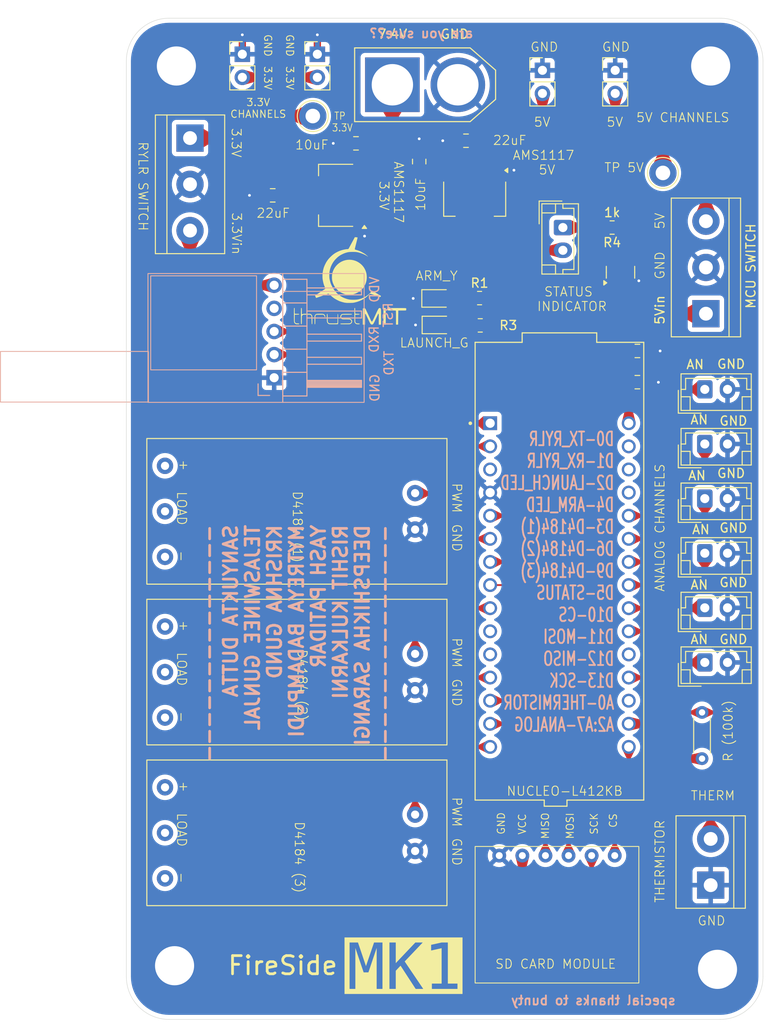
<source format=kicad_pcb>
(kicad_pcb (version 20241229) (generator "pcbnew") (generator_version "9.0")
  (layers (0 "F.Cu" signal) (2 "B.Cu" signal) (13 "F.Paste" user) (15 "B.Paste" user) (5 "F.SilkS" user "F.Silkscreen") (7 "B.SilkS" user "B.Silkscreen") (1 "F.Mask" user) (3 "B.Mask" user) (25 "Edge.Cuts" user))
  (net 0 "")
  (net 1 "GND")
  (net 2 "5V")
  (net 3 "VI")
  (net 4 "A1")
  (net 5 "A2")
  (net 6 "A3")
  (net 7 "A4")
  (net 8 "A5")
  (net 9 "3.3V")
  (net 10 "CS_SD")
  (net 11 "PWM_D4184-2")
  (net 12 "RX_RYLR")
  (net 13 "TX_RYLR")
  (net 14 "MOSI_SD")
  (net 15 "SCK_SD")
  (net 16 "MISO_SD")
  (net 17 "PWM_D4184-1")
  (net 18 "PWM_D4184-3")
  (net 29 "5Vin")
  (net 30 "A6")
  (net 31 "A_THERM")
  (net 38 "Net-(J10-Pin_1)")
  (net 41 "3.3V_STM")
  (net 42 "3.3Vin")
  (net 43 "Net-(D1-A)")
  (net 44 "Net-(D2-A)")
  (net 45 "ARM_LED")
  (net 46 "LAUNCH_LED")
  (net 47 "Net-(Q1-C)")
  (net 48 "STATUS_PIN")
  (footprint "FireSide v2.0 footprints:D4184" (layer "F.Cu") (at 97.5 85.68 -90)
    (property "Reference" "U5" (hide yes))
    (property "Value" "~" (hide yes))
  )
  (footprint "Capacitor_SMD:C_0805_2012Metric" (layer "F.Cu") (at 100 44.75 180)
    (property "Reference" "C2" (hide yes))
    (property "Value" "10uF" (hide yes))
  )
  (footprint "MountingHole:MountingHole_4.3mm_M4_DIN965_Pad" (layer "F.Cu") (at 80.0504 135.1008 90)
    (property "Reference" "H2" (hide yes))
    (property "Value" "MountingHole_Pad" (hide yes))
  )
  (footprint "MountingHole:MountingHole_4.3mm_M4_DIN965_Pad" (layer "F.Cu") (at 80.25 36.25 90)
    (property "Reference" "H3" (hide yes))
    (property "Value" "MountingHole_Pad" (hide yes))
  )
  (footprint "Capacitor_SMD:C_0805_2012Metric" (layer "F.Cu") (at 106.95 46.75 90)
    (property "Reference" "C3" (hide yes))
    (property "Value" "10uF" (hide yes))
  )
  (footprint "Package_TO_SOT_SMD:SOT-223-3_TabPin2" (layer "F.Cu") (at 113.05 50.85 -90)
    (property "Reference" "U4" (hide yes))
    (property "Value" "AMS1117-5.0" (hide yes))
  )
  (footprint "Connector_JST:JST_EH_B2B-EH-A_1x02_P2.50mm_Vertical" (layer "F.Cu") (at 138.352799 83.781199)
    (property "Reference" "J4" (hide yes))
    (property "Value" "Conn_01x02_Pin" (hide yes))
  )
  (footprint "Connector_PinHeader_2.54mm:PinHeader_1x02_P2.54mm_Vertical" (layer "F.Cu") (at 87.5 34.958563)
    (property "Reference" "J12" (hide yes))
    (property "Value" "Conn_01x02_Pin" (hide yes))
  )
  (footprint "Connector_JST:JST_EH_B2B-EH-A_1x02_P2.50mm_Vertical" (layer "F.Cu") (at 122.75 54 -90)
    (property "Reference" "J10" (hide yes))
    (property "Value" "Conn_01x02_Pin" (hide yes))
  )
  (footprint "Package_TO_SOT_SMD:SOT-223-3_TabPin2" (layer "F.Cu") (at 97.791768 50.4604 180)
    (property "Reference" "U1" (hide yes))
    (property "Value" "AMS1117-3.3" (hide yes))
  )
  (footprint "Connector_PinHeader_2.54mm:PinHeader_1x02_P2.54mm_Vertical" (layer "F.Cu") (at 120.5 36.725)
    (property "Reference" "J8" (hide yes))
    (property "Value" "Conn_01x02_Pin" (hide yes))
  )
  (footprint "Capacitor_SMD:C_0805_2012Metric" (layer "F.Cu") (at 130.939181 70.987836)
    (property "Reference" "C6" (hide yes))
    (property "Value" "4.7uF")
  )
  (footprint "LED_SMD:LED_0805_2012Metric" (layer "F.Cu") (at 108.9216 61.787676)
    (property "Reference" "D1" (hide yes))
    (property "Value" "YELLOW" (hide yes))
  )
  (footprint "Resistor_SMD:R_0805_2012Metric" (layer "F.Cu") (at 128.1625 54 180)
    (property "Reference" "R4")
    (property "Value" "1k")
  )
  (footprint "Capacitor_SMD:C_0805_2012Metric" (layer "F.Cu") (at 90.841212 50.463737 180)
    (property "Reference" "C4" (hide yes))
    (property "Value" "22uF" (hide yes))
  )
  (footprint "MountingHole:MountingHole_4.3mm_M4_DIN965_Pad" (layer "F.Cu") (at 139.75 135.5 90)
    (property "Reference" "H1" (hide yes))
    (property "Value" "MountingHole_Pad" (hide yes))
  )
  (footprint "Connector_JST:JST_EH_B2B-EH-A_1x02_P2.50mm_Vertical" (layer "F.Cu") (at 138.352799 77.781199)
    (property "Reference" "J5" (hide yes))
    (property "Value" "Conn_01x02_Pin" (hide yes))
  )
  (footprint "FireSide v2.0 footprints:SD Card Reader" (layer "F.Cu") (at 108.6 129 90)
    (property "Reference" "U8" (hide yes))
    (property "Value" "~" (hide yes))
  )
  (footprint "Resistor_SMD:R_0805_2012Metric" (layer "F.Cu") (at 113.6625 64.75)
    (property "Reference" "R3")
    (property "Value" "165" (hide yes))
  )
  (footprint "LED_SMD:LED_0805_2012Metric" (layer "F.Cu") (at 108.959277 64.703033)
    (property "Reference" "D2" (hide yes))
    (property "Value" "GREEN" (hide yes))
  )
  (footprint "FireSide v2.0 footprints:D4184" (layer "F.Cu") (at 97.5 121 -90)
    (property "Reference" "U7" (hide yes))
    (property "Value" "~" (hide yes))
  )
  (footprint "Resistor_THT:R_Axial_DIN0204_L3.6mm_D1.6mm_P5.08mm_Horizontal" (layer "F.Cu") (at 138.0504 112.3508 90)
    (property "Reference" "R2" (hide yes))
    (property "Value" "100k" (hide yes))
  )
  (footprint "Capacitor_SMD:C_0805_2012Metric" (layer "F.Cu") (at 112.096508 44.460665 180)
    (property "Reference" "C1" (hide yes))
    (property "Value" "22uF" (hide yes))
  )
  (footprint "FireSide v2.0 footprints:NUCLEO L412KB" (layer "F.Cu") (at 122.37 91.756)
    (property "Reference" "U9" (hide yes))
    (property "Value" "NUCLEO-L412KB" (hide yes))
  )
  (footprint "TerminalBlock:TerminalBlock_bornier-2_P5.08mm" (layer "F.Cu") (at 139 126.25 90)
    (property "Reference" "J14" (hide yes))
    (property "Value" "Screw_Terminal_01x02" (hide yes))
  )
  (footprint "Connector_PinHeader_2.54mm:PinHeader_1x02_P2.54mm_Vertical" (layer "F.Cu") (at 128.5 36.725)
    (property "Reference" "J7" (hide yes))
    (property "Value" "Conn_01x02_Pin" (hide yes))
  )
  (footprint "FireSide v2.0 footprints:D4184" (layer "F.Cu") (at 97.5 103.34 -90)
    (property "Reference" "U6" (hide yes))
    (property "Value" "~" (hide yes))
  )
  (footprint "Connector_PinHeader_2.54mm:PinHeader_1x02_P2.54mm_Vertical" (layer "F.Cu") (at 95.75 34.96)
    (property "Reference" "J11" (hide yes))
    (property "Value" "Conn_01x02_Pin" (hide yes))
  )
  (footprint "Capacitor_SMD:C_0805_2012Metric" (layer "F.Cu") (at 130.943152 67.558421)
    (property "Reference" "C5" (hide yes))
    (property "Value" "100nF")
  )
  (footprint "Connector_JST:JST_EH_B2B-EH-A_1x02_P2.50mm_Vertical" (layer "F.Cu") (at 138.352799 95.781199)
    (property "Reference" "J2" (hide yes))
    (property "Value" "Conn_01x02_Pin" (hide yes))
  )
  (footprint "FireSide v2.0 footprints:XT60-M" (layer "F.Cu") (at 107.1 29.6125)
    (property "Reference" "U3" (hide yes))
    (property "Value" "~" (hide yes))
  )
  (footprint "TestPoint:TestPoint_Loop_D2.60mm_Drill1.6mm_Beaded" (layer "F.Cu") (at 95.25 41.75)
    (property "Reference" "TP2" (hide yes))
    (property "Value" "TestPoint" (hide yes))
  )
  (footprint "Resistor_SMD:R_0805_2012Metric" (layer "F.Cu") (at 113.5875 61.75)
    (property "Reference" "R1")
    (property "Value" "165" (hide yes))
  )
  (footprint "Connector_JST:JST_EH_B2B-EH-A_1x02_P2.50mm_Vertical" (layer "F.Cu") (at 138.352799 101.781199)
    (property "Reference" "J1" (hide yes))
    (property "Value" "Conn_01x02_Pin" (hide yes))
  )
  (footprint "logos:logo2" (layer "F.Cu") (at 99.25 59.25)
    (property "Reference" "G***" (hide yes))
    (property "Value" "LOGO" (hide yes))
  )
  (footprint "TestPoint:TestPoint_Loop_D2.60mm_Drill1.6mm_Beaded" (layer "F.Cu") (at 133.75 48)
    (property "Reference" "TP1" (hide yes))
    (property "Value" "TestPoint" (hide yes))
  )
  (footprint "MountingHole:MountingHole_4.3mm_M4_DIN965_Pad" (layer "F.Cu") (at 139 36.25 90)
    (property "Reference" "H4" (hide yes))
    (property "Value" "MountingHole_Pad" (hide yes))
  )
  (footprint "Connector_JST:JST_EH_B2B-EH-A_1x02_P2.50mm_Vertical" (layer "F.Cu") (at 138.352799 71.781199)
    (property "Reference" "J6" (hide yes))
    (property "Value" "Conn_01x02_Pin" (hide yes))
  )
  (footprint "TerminalBlock:TerminalBlock_bornier-3_P5.08mm" (layer "F.Cu") (at 138.477718 63.464391 90)
    (property "Reference" "J13" (hide yes))
    (property "Value" "Screw_Terminal_01x03" (hide yes))
  )
  (footprint "Connector_JST:JST_EH_B2B-EH-A_1x02_P2.50mm_Vertical" (layer "F.Cu") (at 138.352799 89.781199)
    (property "Reference" "J3" (hide yes))
    (property "Value" "Conn_01x02_Pin" (hide yes))
  )
  (footprint "TerminalBlock:TerminalBlock_bornier-3_P5.08mm" (layer "F.Cu") (at 81.75 44.17 -90)
    (property "Reference" "J9" (hide yes))
    (property "Value" "Screw_Terminal_01x03" (hide yes))
  )
  (footprint "Package_TO_SOT_SMD:SOT-23" (layer "F.Cu") (at 129.084612 58.91275 90)
    (property "Reference" "Q1" (hide yes))
    (property "Value" "MMBT2222A" (hide yes))
  )
  (footprint "FireSide v2.0 footprints:RYLR998" (layer "B.Cu") (at 81.895 65.955 -90)
    (property "Reference" "U2" (hide yes))
    (property "Value" "~" (hide yes))
  )
  (gr_arc (start 79.45 141) (mid 76.126598 139.623402) (end 74.75 136.3) (stroke (width 0.05)) (layer "Edge.Cuts"))
  (gr_line (start 74.75 136.3) (end 74.75 35.7) (stroke (width 0.05)) (layer "Edge.Cuts"))
  (gr_arc (start 74.75 35.7) (mid 76.126598 32.376598) (end 79.45 31) (stroke (width 0.05)) (layer "Edge.Cuts"))
  (gr_line (start 140.05 141) (end 79.45 141) (stroke (width 0.05)) (layer "Edge.Cuts"))
  (gr_line (start 79.45 31) (end 140.05 31) (stroke (width 0.05)) (layer "Edge.Cuts"))
  (gr_arc (start 140.05 31) (mid 143.373402 32.376598) (end 144.75 35.7) (stroke (width 0.05)) (layer "Edge.Cuts"))
  (gr_line (start 144.75 35.7) (end 144.75 136.3) (stroke (width 0.05)) (layer "Edge.Cuts"))
  (gr_arc (start 144.75 136.3) (mid 143.373402 139.623402) (end 140.05 141) (stroke (width 0.05)) (layer "Edge.Cuts"))
  (gr_text "AN" (at 137.75 99.25 0) (layer "F.SilkS") (effects (font (size 1 1))))
  (gr_text "ARM_Y\n\n" (at 106.5 61.5 0) (layer "F.SilkS") (effects (font (size 1 1) (thickness 0.1)) (justify left bottom)))
  (gr_text "GND\n" (at 137.5 130.75 0) (layer "F.SilkS") (effects (font (size 1 1) (thickness 0.1)) (justify left bottom)))
  (gr_text "GND" (at 141.25 81 0) (layer "F.SilkS") (effects (font (size 1 1))))
  (gr_text "TP 5V" (at 127.25 48 0) (layer "F.SilkS") (effects (font (size 1 1) (thickness 0.1)) (justify left bottom)))
  (gr_text "GND" (at 110.85 32.75 0) (layer "F.SilkS") (effects (font (size 1 1))))
  (gr_text "THERMISTOR" (at 134 128.25 90) (layer "F.SilkS") (effects (font (size 1 1) (thickness 0.1)) (justify left bottom)))
  (gr_text "R (100k)" (at 141.5 112.75 90) (layer "F.SilkS") (effects (font (size 1 1) (thickness 0.1)) (justify left bottom)))
  (gr_text "7.4V\n" (at 104 32.75 0) (layer "F.SilkS") (effects (font (size 1 1))))
  (gr_text "GND\n" (at 127 34.75 0) (layer "F.SilkS") (effects (font (size 1 1) (thickness 0.1)) (justify left bottom)))
  (gr_text "MK1" (at 99 138.5 0) (layer "F.SilkS" knockout) (effects (font (size 5 5) (thickness 1) (italic yes)) (justify left bottom)))
  (gr_text "FireSide\n" (at 85.75 136.25 0) (layer "F.SilkS") (effects (font (size 2 2) (thickness 0.3) (bold yes)) (justify left bottom)))
  (gr_text "STATUS \nINDICATOR" (at 123.75 63.25 0) (layer "F.SilkS") (effects (font (size 1 1) (thickness 0.1)) (justify bottom)))
  (gr_text "AN" (at 137.5 81.25 0) (layer "F.SilkS") (effects (font (size 1 1))))
  (gr_text "GND" (at 92.25 32.71 270) (layer "F.SilkS") (effects (font (size 0.8 0.8) (thickness 0.1)) (justify left bottom)))
  (gr_text "22uF" (at 115 45 0) (layer "F.SilkS") (effects (font (size 1 1) (thickness 0.1)) (justify left bottom)))
  (gr_text "GND" (at 134 59.75 90) (layer "F.SilkS") (effects (font (size 1 1) (thickness 0.1)) (justify left bottom)))
  (gr_text "3.3V\n" (at 86.25 43 270) (layer "F.SilkS") (effects (font (size 1 1) (thickness 0.1)) (justify left bottom)))
  (gr_text "AMS1117 \n3.3V\n" (at 102.5 50.5 270) (layer "F.SilkS") (effects (font (size 1 1) (thickness 0.1)) (justify bottom)))
  (gr_text "5V" (at 134 54.25 90) (layer "F.SilkS") (effects (font (size 1 1) (thickness 0.1)) (justify left bottom)))
  (gr_text "D4184 (1)\n" (at 92.979351 82.888437 270) (layer "F.SilkS") (effects (font (size 1 1) (thickness 0.1)) (justify left bottom)))
  (gr_text "5V CHANNELS\n" (at 130.75 42.5 0) (layer "F.SilkS") (effects (font (size 1 1) (thickness 0.1)) (justify left bottom)))
  (gr_text "5V\n" (at 127.5 43 0) (layer "F.SilkS") (effects (font (size 1 1) (thickness 0.1)) (justify left bottom)))
  (gr_text "10uF" (at 107.685 52.25 90) (layer "F.SilkS") (effects (font (size 1 1) (thickness 0.1)) (justify left bottom)))
  (gr_text "GND" (at 141.5 75.25 0) (layer "F.SilkS") (effects (font (size 1 1))))
  (gr_text "GND" (at 141.5 87 0) (layer "F.SilkS") (effects (font (size 1 1))))
  (gr_text "AN" (at 136.692799 75.7 0) (layer "F.SilkS") (effects (font (size 1 1)) (justify left bottom)))
  (gr_text "10uF" (at 93.25 45.5 0) (layer "F.SilkS") (effects (font (size 1 1) (thickness 0.1)) (justify left bottom)))
  (gr_text "SCK" (at 126.65 120.75 90) (layer "F.SilkS") (effects (font (size 0.8 0.8) (thickness 0.1)) (justify left bottom)))
  (gr_text "MCU SWITCH\n" (at 144 63 90) (layer "F.SilkS") (effects (font (size 1 1)) (justify left bottom)))
  (gr_text "3.3V" (at 92.25 36.21 270) (layer "F.SilkS") (effects (font (size 0.8 0.8) (thickness 0.1)) (justify left bottom)))
  (gr_text "5V\n" (at 119.5 43 0) (layer "F.SilkS") (effects (font (size 1 1) (thickness 0.1)) (justify left bottom)))
  (gr_text "22uF" (at 89 53 0) (layer "F.SilkS") (effects (font (size 1 1) (thickness 0.1)) (justify left bottom)))
  (gr_text "GND" (at 141.5 99.25 0) (layer "F.SilkS") (effects (font (size 1 1))))
  (gr_text "3.3Vin\n" (at 86.289073 52.27981 270) (layer "F.SilkS") (effects (font (size 1 1) (thickness 0.1)) (justify left bottom)))
  (gr_text "ANALOG CHANNELS\n" (at 134 94.071199 90) (layer "F.SilkS") (effects (font (size 1 1) (thickness 0.1)) (justify left bottom)))
  (gr_text "3.3V\nCHANNELS" (at 89.25 42 0) (layer "F.SilkS") (effects (font (size 0.8 0.8) (thickness 0.1)) (justify bottom)))
  (gr_text "GND" (at 89.840656 32.71 270) (layer "F.SilkS") (effects (font (size 0.8 0.8) (thickness 0.1)) (justify left bottom)))
  (gr_text "GND\n" (at 119.12 34.75 0) (layer "F.SilkS") (effects (font (size 1 1) (thickness 0.1)) (justify left bottom)))
  (gr_text "D4184 (3)\n" (at 93.1996 119.190763 270) (layer "F.SilkS") (effects (font (size 1 1) (thickness 0.1)) (justify left bottom)))
  (gr_text "SD CARD MODULE\n" (at 115.25 135.5 0) (layer "F.SilkS") (effects (font (size 1 1) (thickness 0.1)) (justify left bottom)))
  (gr_text "GND" (at 141.25 69 0) (layer "F.SilkS") (effects (font (size 1 1))))
  (gr_text "NUCLEO-L412KB\n" (at 116.5 116.5 0) (layer "F.SilkS") (effects (font (size 1 1) (thickness 0.1)) (justify left bottom)))
  (gr_text "3.3V" (at 89.840656 36.21 270) (layer "F.SilkS") (effects (font (size 0.8 0.8) (thickness 0.1)) (justify left bottom)))
  (gr_text "AN" (at 137.926219 87.178818 0) (layer "F.SilkS") (effects (font (size 1 1))))
  (gr_text "RYLR SWITCH" (at 76 44.5 270) (layer "F.SilkS") (effects (font (size 1 1) (thickness 0.1)) (justify left bottom)))
  (gr_text "TP \n3.3V" (at 98.5 43.5 0) (layer "F.SilkS") (effects (font (size 0.8 0.7) (thickness 0.0875)) (justify bottom)))
  (gr_text "THERM\n" (at 136.75 117 0) (layer "F.SilkS") (effects (font (size 1 1) (thickness 0.1)) (justify left bottom)))
  (gr_text "5Vin" (at 134 64.75 90) (layer "F.SilkS") (effects (font (size 1 1)) (justify left bottom)))
  (gr_text "AN" (at 137.75 93.25 0) (layer "F.SilkS") (effects (font (size 1 1))))
  (gr_text "D4184 (2)\n" (at 93.5 100.2808 270) (layer "F.SilkS") (effects (font (size 1 1) (thickness 0.1)) (justify left bottom)))
  (gr_text "AMS1117 \n5V\n" (at 121 48.25 0) (layer "F.SilkS") (effects (font (size 1 1) (thickness 0.1)) (justify bottom)))
  (gr_text "GND" (at 141.5 93 0) (layer "F.SilkS") (effects (font (size 1 1))))
  (gr_text "AN" (at 136.242799 69.630398 0) (layer "F.SilkS") (effects (font (size 1 1)) (justify left bottom)))
  (gr_text "LAUNCH_G" (at 104.75 67.25 0) (layer "F.SilkS") (effects (font (size 1 1) (thickness 0.1)) (justify left bottom)))
  (gr_text "are you sure??" (at 113 33.25 -0) (layer "B.SilkS") (effects (font (size 1 1) (thickness 0.2) (bold yes)) (justify left bottom mirror)))
  (gr_text "GND" (at 102.655 69.995 90) (layer "B.SilkS") (effects (font (size 1 1)) (justify left bottom mirror)))
  (gr_text "RXD" (at 102.575 64.705 90) (layer "B.SilkS") (effects (font (size 1 1)) (justify left bottom mirror)))
  (gr_text "special thanks to bunty" (at 135.25 139.5 0) (layer "B.SilkS") (effects (font (size 1 1) (thickness 0.2) (bold yes)) (justify left bottom mirror)))
  (gr_text "D0-TX_RYLR\nD1-RX_RYLR\nD2-LAUNCH_LED\nD4-ARM_LED\nD3-D4184(1)\nD6-D4184(2)\nD9-D4184(3)\nD5-STATUS\nD10-CS\nD11-MOSI\nD12-MISO\nD13-SCK\nA0-THERMISTOR\nA2:A7-ANALOG" (at 128.5 109.5 0) (layer "B.SilkS") (effects (font (size 1.5 1) (thickness 0.2) (bold yes)) (justify left bottom mirror)))
  (gr_text "TXD" (at 104.205 67.445 90) (layer "B.SilkS") (effects (font (size 1 1)) (justify left bottom mirror)))
  (gr_text "--------------\nSANYUKTA DUTTA          \nTEJASWINEE GUNJAL   \nKRISHNA GUND\nMYTREYA BADAMPUDI        \nYASH PATIDAR       \nRISHIT KULKARNI    \nDEEPSHIKHA SARANGI \n--------------" (at 104 86.5 90) (layer "B.SilkS") (effects (font (size 1.5 1.5) (thickness 0.3) (bold yes)) (justify left bottom mirror)))
  (segment (start 87.5 34.958563) (end 87.5 32.823463) (width 0.8) (layer "F.Cu") (net 1))
  (segment (start 115.35 47.7) (end 117.367769 47.7) (width 0.8) (layer "F.Cu") (net 1))
  (segment (start 89.891212 50.463737) (end 88.286263 50.463737) (width 0.8) (layer "F.Cu") (net 1))
  (segment (start 106.95 45.8) (end 106.95 44.25) (width 0.8) (layer "F.Cu") (net 1))
  (segment (start 130.034612 59.85025) (end 131.10025 59.85025) (width 0.8) (layer "F.Cu") (net 1))
  (segment (start 99.05 44.75) (end 97.5 44.75) (width 0.8) (layer "F.Cu") (net 1))
  (segment (start 131.893152 67.558421) (end 133.441579 67.558421) (width 0.8) (layer "F.Cu") (net 1))
  (segment (start 108.021777 64.703033) (end 106.546967 64.703033) (width 0.8) (layer "F.Cu") (net 1))
  (segment (start 95.75 34.96) (end 95.75 32.823462) (width 0.8) (layer "F.Cu") (net 1))
  (segment (start 107.9841 61.787676) (end 106.287676 61.787676) (width 0.8) (layer "F.Cu") (net 1))
  (segment (start 111.146508 44.460665) (end 109.539335 44.460665) (width 0.8) (layer "F.Cu") (net 1))
  (segment (start 131.889181 70.987836) (end 133.237836 70.987836) (width 0.8) (layer "F.Cu") (net 1))
  (segment (start 100.941768 52.7604) (end 100.941768 54.941768) (width 0.8) (layer "F.Cu") (net 1))
  (via (at 131.10025 59.85025) (size 0.6) (drill 0.3) (layers "F.Cu" "B.Cu") (net 1))
  (via (at 109.539335 44.460665) (size 0.6) (drill 0.3) (layers "F.Cu" "B.Cu") (net 1))
  (via (at 106.287676 61.787676) (size 0.6) (drill 0.3) (layers "F.Cu" "B.Cu") (net 1))
  (via (at 106.546967 64.703033) (size 0.6) (drill 0.3) (layers "F.Cu" "B.Cu") (net 1))
  (via (at 95.75 32.823462) (size 0.6) (drill 0.3) (layers "F.Cu" "B.Cu") (net 1))
  (via (at 106.95 44.25) (size 0.6) (drill 0.3) (layers "F.Cu" "B.Cu") (net 1))
  (via (at 88.286263 50.463737) (size 0.6) (drill 0.3) (layers "F.Cu" "B.Cu") (net 1))
  (via (at 133.25 71) (size 0.6) (drill 0.3) (layers "F.Cu" "B.Cu") (net 1))
  (via (at 87.5 32.823463) (size 0.6) (drill 0.3) (layers "F.Cu" "B.Cu") (net 1))
  (via (at 97.5 44.75) (size 0.6) (drill 0.3) (layers "F.Cu" "B.Cu") (net 1))
  (via (at 100.941768 54.941768) (size 0.6) (drill 0.3) (layers "F.Cu" "B.Cu") (net 1))
  (via (at 117.367769 47.7) (size 0.6) (drill 0.3) (layers "F.Cu" "B.Cu") (net 1))
  (via (at 133.441579 67.558421) (size 0.6) (drill 0.3) (layers "F.Cu" "B.Cu") (net 1))
  (segment (start 134.5 44.460665) (end 137.710665 44.460665) (width 0.8) (layer "F.Cu") (net 2))
  (segment (start 113.05 44.464157) (end 113.046508 44.460665) (width 0.8) (layer "F.Cu") (net 2))
  (segment (start 128.5 44.460665) (end 129.25 44.460665) (width 0.8) (layer "F.Cu") (net 2))
  (segment (start 128.5 43.75) (end 128.460665 43.75) (width 0.8) (layer "F.Cu") (net 2))
  (segment (start 120.539335 43.75) (end 121.25 44.460665) (width 0.8) (layer "F.Cu") (net 2))
  (segment (start 128.460665 43.75) (end 127.75 44.460665) (width 0.8) (layer "F.Cu") (net 2))
  (segment (start 113.046508 44.460665) (end 119.75 44.460665) (width 0.8) (layer "F.Cu") (net 2))
  (segment (start 120.460665 43.75) (end 119.75 44.460665) (width 0.8) (layer "F.Cu") (net 2))
  (segment (start 120.5 43.75) (end 120.5 44.460665) (width 0.8) (layer "F.Cu") (net 2))
  (segment (start 120.5 39.265) (end 120.5 43.75) (width 0.8) (layer "F.Cu") (net 2))
  (segment (start 129.25 44.460665) (end 133.25 44.460665) (width 0.8) (layer "F.Cu") (net 2))
  (segment (start 133.25 44.460665) (end 133.25 44.5) (width 0.8) (layer "F.Cu") (net 2))
  (segment (start 113.05 47.7) (end 113.05 44.464157) (width 0.8) (layer "F.Cu") (net 2))
  (segment (start 138.477718 45.227718) (end 138.477718 53.304391) (width 0.8) (layer "F.Cu") (net 2))
  (segment (start 133.25 44.460665) (end 133.75 44.460665) (width 0.8) (layer "F.Cu") (net 2))
  (segment (start 133.25 44.5) (end 133.75 45) (width 0.8) (layer "F.Cu") (net 2))
  (segment (start 134.289335 44.460665) (end 133.75 45) (width 0.8) (layer "F.Cu") (net 2))
  (segment (start 134.5 44.460665) (end 134.289335 44.460665) (width 0.8) (layer "F.Cu") (net 2))
  (segment (start 121.25 44.460665) (end 127.75 44.460665) (width 0.8) (layer "F.Cu") (net 2))
  (segment (start 137.710665 44.460665) (end 138.477718 45.227718) (width 0.8) (layer "F.Cu") (net 2))
  (segment (start 120.5 43.75) (end 120.539335 43.75) (width 0.8) (layer "F.Cu") (net 2))
  (segment (start 127.75 44.460665) (end 128.5 44.460665) (width 0.8) (layer "F.Cu") (net 2))
  (segment (start 128.5 43.75) (end 128.539335 43.75) (width 0.8) (layer "F.Cu") (net 2))
  (segment (start 120.5 44.460665) (end 121.25 44.460665) (width 0.8) (layer "F.Cu") (net 2))
  (segment (start 128.5 43.75) (end 128.5 44.460665) (width 0.8) (layer "F.Cu") (net 2))
  (segment (start 119.75 44.460665) (end 120.5 44.460665) (width 0.8) (layer "F.Cu") (net 2))
  (segment (start 133.75 45) (end 133.75 44.460665) (width 0.8) (layer "F.Cu") (net 2))
  (segment (start 138.475472 53.306637) (end 138.477718 53.304391) (width 0.8) (layer "F.Cu") (net 2))
  (segment (start 128.5 39.265) (end 128.5 43.75) (width 0.8) (layer "F.Cu") (net 2))
  (segment (start 133.75 48) (end 133.75 45) (width 0.8) (layer "F.Cu") (net 2))
  (segment (start 133.75 44.460665) (end 134.5 44.460665) (width 0.8) (layer "F.Cu") (net 2))
  (segment (start 128.539335 43.75) (end 129.25 44.460665) (width 0.8) (layer "F.Cu") (net 2))
  (segment (start 120.5 43.75) (end 120.460665 43.75) (width 0.8) (layer "F.Cu") (net 2))
  (segment (start 104.5 47.75) (end 104 48.25) (width 0.8) (layer "F.Cu") (net 3))
  (segment (start 103.5 44.75) (end 100.95 44.75) (width 0.8) (layer "F.Cu") (net 3))
  (segment (start 104 44.75) (end 104 45.5) (width 0.8) (layer "F.Cu") (net 3))
  (segment (start 104 47.25) (end 104 47.75) (width 0.8) (layer "F.Cu") (net 3))
  (segment (start 104 44.25) (end 103.5 44.75) (width 0.8) (layer "F.Cu") (net 3))
  (segment (start 104 38.3125) (end 104 44) (width 0.8) (layer "F.Cu") (net 3))
  (segment (start 106.95 47.7) (end 104.5 47.7) (width 0.8) (layer "F.Cu") (net 3))
  (segment (start 104 47.25) (end 104.05 47.25) (width 0.8) (layer "F.Cu") (net 3))
  (segment (start 100.95 48.152168) (end 100.941768 48.1604) (width 0.8) (layer "F.Cu") (net 3))
  (segment (start 104.05 47.25) (end 104.5 47.7) (width 0.8) (layer "F.Cu") (net 3))
  (segment (start 100.95 44.75) (end 100.95 48.152168) (width 0.8) (layer "F.Cu") (net 3))
  (segment (start 122.75 56.5) (end 107 56.5) (width 0.8) (layer "F.Cu") (net 3))
  (segment (start 104 47.75) (end 104 48.25) (width 0.8) (layer "F.Cu") (net 3))
  (segment (start 104 44) (end 104 44.25) (width 0.8) (layer "F.Cu") (net 3))
  (segment (start 104 46.25) (end 104 46.75) (width 0.8) (layer "F.Cu") (net 3))
  (segment (start 104 44.75) (end 103.5 44.75) (width 0.8) (layer "F.Cu") (net 3))
  (segment (start 104.05 47.7) (end 104 47.75) (width 0.8) (layer "F.Cu") (net 3))
  (segment (start 103.5 44.75) (end 104 45.25) (width 0.8) (layer "F.Cu") (net 3))
  (segment (start 104 44) (end 104 44.75) (width 0.8) (layer "F.Cu") (net 3))
  (segment (start 104 45.25) (end 104 45.5) (width 0.8) (layer "F.Cu") (net 3))
  (segment (start 107 56.5) (end 104 53.5) (width 0.8) (layer "F.Cu") (net 3))
  (segment (start 104 45.5) (end 104 46.25) (width 0.8) (layer "F.Cu") (net 3))
  (segment (start 104.5 47.7) (end 104.05 47.7) (width 0.8) (layer "F.Cu") (net 3))
  (segment (start 104 46.75) (end 104 47.25) (width 0.8) (layer "F.Cu") (net 3))
  (segment (start 104.5 47.7) (end 104.5 47.75) (width 0.8) (layer "F.Cu") (net 3))
  (segment (start 104 53.5) (end 104 48.25) (width 0.8) (layer "F.Cu") (net 3))
  (segment (start 106.95 47.7) (end 110.75 47.7) (width 0.8) (layer "F.Cu") (net 3))
  (segment (start 135.781199 101.781199) (end 138.352799 101.781199) (width 0.2) (layer "F.Cu") (net 4))
  (segment (start 132.36 98.36) (end 135.781199 101.781199) (width 0.2) (layer "F.Cu") (net 4))
  (segment (start 129.99 98.36) (end 132.36 98.36) (width 0.2) (layer "F.Cu") (net 4))
  (segment (start 138.313998 95.82) (end 138.352799 95.781199) (width 0.2) (layer "F.Cu") (net 5))
  (segment (start 129.99 95.82) (end 138.313998 95.82) (width 0.2) (layer "F.Cu") (net 5))
  (segment (start 138.352799 92.147201) (end 137.22 93.28) (width 0.2) (layer "F.Cu") (net 6))
  (segment (start 137.22 93.28) (end 129.99 93.28) (width 0.2) (layer "F.Cu") (net 6))
  (segment (start 138.352799 92.147201) (end 138.352799 92) (width 0.2) (layer "F.Cu") (net 6))
  (segment (start 138.352799 92) (end 138.352799 89.781199) (width 0.2) (layer "F.Cu") (net 6))
  (segment (start 138.343198 83.7908) (end 138.352799 83.781199) (width 0.2) (layer "F.Cu") (net 7))
  (segment (start 138.352799 86.397201) (end 138.352799 83.781199) (width 0.2) (layer "F.Cu") (net 7))
  (segment (start 134.01 90.74) (end 129.99 90.74) (width 0.2) (layer "F.Cu") (net 7))
  (segment (start 138.352799 86.397201) (end 134.01 90.74) (width 0.2) (layer "F.Cu") (net 7))
  (segment (start 138.352799 77.781199) (end 138.352799 80.147201) (width 0.2) (layer "F.Cu") (net 8))
  (segment (start 138.352799 80.147201) (end 134.5 84) (width 0.2) (layer "F.Cu") (net 8))
  (segment (start 134.5 86) (end 132.3 88.2) (width 0.2) (layer "F.Cu") (net 8))
  (segment (start 132.3 88.2) (end 129.99 88.2) (width 0.2) (layer "F.Cu") (net 8))
  (segment (start 134.5 84) (end 134.5 86) (width 0.2) (layer "F.Cu") (net 8))
  (segment (start 95.25 41.75) (end 92.25 41.75) (width 0.8) (layer "F.Cu") (net 9))
  (segment (start 91 37.498563) (end 91.75 37.498563) (width 0.8) (layer "F.Cu") (net 9))
  (segment (start 92.542649 37.498563) (end 91.791212 38.25) (width 0.8) (layer "F.Cu") (net 9))
  (segment (start 91.039775 37.498563) (end 91.791212 38.25) (width 0.8) (layer "F.Cu") (net 9))
  (segment (start 91.791212 50.463737) (end 94.638431 50.463737) (width 0.8) (layer "F.Cu") (net 9))
  (segment (start 91.791212 41.25) (end 91.791212 38.25) (width 0.8) (layer "F.Cu") (net 9))
  (segment (start 87.5 37.498563) (end 91 37.498563) (width 0.8) (layer "F.Cu") (net 9))
  (segment (start 92.75 37.498563) (end 92.542649 37.498563) (width 0.8) (layer "F.Cu") (net 9))
  (segment (start 92.75 37.498563) (end 95.748563 37.498563) (width 0.8) (layer "F.Cu") (net 9))
  (segment (start 92.25 41.75) (end 92.25 41.791212) (width 0.8) (layer "F.Cu") (net 9))
  (segment (start 91.791212 45) (end 91.791212 44.25) (width 0.8) (layer "F.Cu") (net 9))
  (segment (start 90.75 44.17) (end 91.121212 44.17) (width 0.8) (layer "F.Cu") (net 9))
  (segment (start 91.791212 41.25) (end 91.791212 41.291212) (width 0.8) (layer "F.Cu") (net 9))
  (segment (start 91.791212 37.539775) (end 91.75 37.498563) (width 0.8) (layer "F.Cu") (net 9))
  (segment (start 92.25 41.75) (end 91.791212 41.75) (width 0.8) (layer "F.Cu") (net 9))
  (segment (start 91.121212 44.17) (end 91.791212 43.5) (width 0.8) (layer "F.Cu") (net 9))
  (segment (start 91.791212 43.5) (end 91.791212 42.25) (width 0.8) (layer "F.Cu") (net 9))
  (segment (start 91.791212 41.75) (end 91.791212 41.25) (width 0.8) (layer "F.Cu") (net 9))
  (segment (start 92.25 41.791212) (end 91.791212 42.25) (width 0.8) (layer "F.Cu") (net 9))
  (segment (start 81.75 44.17) (end 90.75 44.17) (width 0.8) (layer "F.Cu") (net 9))
  (segment (start 91.711212 44.17) (end 91.791212 44.25) (width 0.8) (layer "F.Cu") (net 9))
  (segment (start 90.75 44.17) (end 90.961212 44.17) (width 0.8) (layer "F.Cu") (net 9))
  (segment (start 91.791212 38.25) (end 91.791212 37.539775) (width 0.8) (layer "F.Cu") (net 9))
  (segment (start 91.791212 42.25) (end 91.791212 41.75) (width 0.8) (layer "F.Cu") (net 9))
  (segment (start 91.791212 41.291212) (end 92.25 41.75) (width 0.8) (layer "F.Cu") (net 9))
  (segment (start 91 37.498563) (end 91.039775 37.498563) (width 0.8) (layer "F.Cu") (net 9))
  (segment (start 91.791212 50.463737) (end 91.791212 45) (width 0.8) (layer "F.Cu") (net 9))
  (segment (start 95.748563 37.498563) (end 95.75 37.5) (width 0.8) (layer "F.Cu") (net 9))
  (segment (start 90.75 44.17) (end 91.711212 44.17) (width 0.8) (layer "F.Cu") (net 9))
  (segment (start 91.75 37.498563) (end 92.75 37.498563) (width 0.8) (layer "F.Cu") (net 9))
  (segment (start 90.961212 44.17) (end 91.791212 45) (width 0.8) (layer "F.Cu") (net 9))
  (segment (start 94.638431 50.463737) (end 94.641768 50.4604) (width 0.8) (layer "F.Cu") (net 9))
  (segment (start 91.791212 44.25) (end 91.791212 43.5) (width 0.8) (layer "F.Cu") (net 9))
  (segment (start 117.48 105.98) (end 114.75 105.98) (width 0.2) (layer "F.Cu") (net 10))
  (segment (start 128.45 123) (end 128.45 116.95) (width 0.2) (layer "F.Cu") (net 10))
  (segment (start 128.45 116.95) (end 117.48 105.98) (width 0.2) (layer "F.Cu") (net 10))
  (segment (start 106.5 98.25) (end 108.93 95.82) (width 0.2) (layer "F.Cu") (net 11))
  (segment (start 108.93 95.82) (end 114.75 95.82) (width 0.2) (layer "F.Cu") (net 11))
  (segment (start 106.5 100.84) (end 106.5 98.25) (width 0.2) (layer "F.Cu") (net 11))
  (segment (start 112.25 75.5) (end 114.75 75.5) (width 0.2) (layer "F.Cu") (net 12))
  (segment (start 91 65.42) (end 102.17 65.42) (width 0.2) (layer "F.Cu") (net 12))
  (segment (start 102.17 65.42) (end 112.25 75.5) (width 0.2) (layer "F.Cu") (net 12))
  (segment (start 111.04 78.04) (end 114.75 78.04) (width 0.2) (layer "F.Cu") (net 13))
  (segment (start 91 67.96) (end 100.96 67.96) (width 0.2) (layer "F.Cu") (net 13))
  (segment (start 100.96 67.96) (end 111.04 78.04) (width 0.2) (layer "F.Cu") (net 13))
  (segment (start 114.75 108.52) (end 117.082075 108.52) (width 0.2) (layer "F.Cu") (net 14))
  (segment (start 123.37 114.807925) (end 123.37 123) (width 0.2) (layer "F.Cu") (net 14))
  (segment (start 117.082075 108.52) (end 123.37 114.807925) (width 0.2) (layer "F.Cu") (net 14))
  (segment (start 131.125 123.875) (end 129.5 125.5) (width 0.2) (layer "F.Cu") (net 15))
  (segment (start 129.99 111.06) (end 129.99 116.99) (width 0.2) (layer "F.Cu") (net 15))
  (segment (start 129.5 125.5) (end 126.5 125.5) (width 0.2) (layer "F.Cu") (net 15))
  (segment (start 131.125 118.125) (end 131.125 123.875) (width 0.2) (layer "F.Cu") (net 15))
  (segment (start 129.99 116.99) (end 131.125 118.125) (width 0.2) (layer "F.Cu") (net 15))
  (segment (start 125.91 124.91) (end 125.91 123) (width 0.2) (layer "F.Cu") (net 15))
  (segment (start 126.5 125.5) (end 125.91 124.91) (width 0.2) (layer "F.Cu") (net 15))
  (segment (start 114.75 111.06) (end 112.69 111.06) (width 0.2) (layer "F.Cu") (net 16))
  (segment (start 112.69 111.06) (end 111 112.75) (width 0.2) (layer "F.Cu") (net 16))
  (segment (start 119.25 119.5) (end 120.83 121.08) (width 0.2) (layer "F.Cu") (net 16))
  (segment (start 113.25 119.5) (end 119.25 119.5) (width 0.2) (layer "F.Cu") (net 16))
  (segment (start 111 117.25) (end 113.25 119.5) (width 0.2) (layer "F.Cu") (net 16))
  (segment (start 111 112.75) (end 111 117.25) (width 0.2) (layer "F.Cu") (net 16))
  (segment (start 120.83 121.08) (end 120.83 123) (width 0.2) (layer "F.Cu") (net 16))
  (segment (start 106.5 83.18) (end 108.132924 83.18) (width 0.2) (layer "F.Cu") (net 17))
  (segment (start 113.152924 88.2) (end 114.75 88.2) (width 0.2) (layer "F.Cu") (net 17))
  (segment (start 108.132924 83.18) (end 113.152924 88.2) (width 0.2) (layer "F.Cu") (net 17))
  (segment (start 106.5 109.75) (end 112.81 103.44) (width 0.2) (layer "F.Cu") (net 18))
  (segment (start 112.81 103.44) (end 114.75 103.44) (width 0.2) (layer "F.Cu") (net 18))
  (segment (start 106.5 118.5) (end 106.5 109.75) (width 0.2) (layer "F.Cu") (net 18))
  (segment (start 131.785609 63.464391) (end 129.993152 65.256848) (width 0.8) (layer "F.Cu") (net 29))
  (segment (start 129.993152 70.983865) (end 129.989181 70.987836) (width 0.8) (layer "F.Cu") (net 29))
  (segment (start 129.993152 67.558421) (end 129.993152 70.983865) (width 0.8) (layer "F.Cu") (net 29))
  (segment (start 129.989181 75.499181) (end 129.99 75.5) (width 0.8) (layer "F.Cu") (net 29))
  (segment (start 129.993152 65.256848) (end 129.993152 67.558421) (width 0.8) (layer "F.Cu") (net 29))
  (segment (start 129.989181 70.987836) (end 129.989181 75.499181) (width 0.8) (layer "F.Cu") (net 29))
  (segment (start 138.477718 63.464391) (end 131.785609 63.464391) (width 0.8) (layer "F.Cu") (net 29))
  (segment (start 132.09 85.66) (end 129.99 85.66) (width 0.2) (layer "F.Cu") (net 30))
  (segment (start 136.218801 71.781199) (end 132.75 75.25) (width 0.2) (layer "F.Cu") (net 30))
  (segment (start 138.352799 71.781199) (end 136.218801 71.781199) (width 0.2) (layer "F.Cu") (net 30))
  (segment (start 132.75 75.25) (end 132.75 85) (width 0.2) (layer "F.Cu") (net 30))
  (segment (start 132.75 85) (end 132.09 85.66) (width 0.2) (layer "F.Cu") (net 30))
  (segment (start 139 121.17) (end 139 117.5) (width 0.2) (layer "F.Cu") (net 31))
  (segment (start 139 117.5) (end 143.25 113.25) (width 0.2) (layer "F.Cu") (net 31))
  (segment (start 136.3168 107.2708) (end 138.0504 107.2708) (width 0.2) (layer "F.Cu") (net 31))
  (segment (start 143.25 113.25) (end 143.25 108.75) (width 0.2) (layer "F.Cu") (net 31))
  (segment (start 132.486 103.44) (end 136.3168 107.2708) (width 0.2) (layer "F.Cu") (net 31))
  (segment (start 143.25 108.75) (end 141.7708 107.2708) (width 0.2) (layer "F.Cu") (net 31))
  (segment (start 141.7708 107.2708) (end 138.0504 107.2708) (width 0.2) (layer "F.Cu") (net 31))
  (segment (start 129.99 103.44) (end 132.486 103.44) (width 0.2) (layer "F.Cu") (net 31))
  (segment (start 122.75 54) (end 127.25 54) (width 0.8) (layer "F.Cu") (net 38))
  (segment (start 135 110.5) (end 135 111.75) (width 0.8) (layer "F.Cu") (net 41))
  (segment (start 135.5 112.3508) (end 135.5 112.5) (width 0.8) (layer "F.Cu") (net 41))
  (segment (start 135.5 112.5) (end 135 113) (width 0.8) (layer "F.Cu") (net 41))
  (segment (start 135 113) (end 135 125.75) (width 0.8) (layer "F.Cu") (net 41))
  (segment (start 135 112.25) (end 135 113) (width 0.8) (layer "F.Cu") (net 41))
  (segment (start 118.29 125.29) (end 118.29 123) (width 0.8) (layer "F.Cu") (net 41))
  (segment (start 133.02 108.52) (end 135 110.5) (width 0.8) (layer "F.Cu") (net 41))
  (segment (start 132 128.75) (end 121.75 128.75) (width 0.8) (layer "F.Cu") (net 41))
  (segment (start 138.0504 112.3508) (end 135.5 112.3508) (width 0.8) (layer "F.Cu") (net 41))
  (segment (start 129.99 108.52) (end 133.02 108.52) (width 0.8) (layer "F.Cu") (net 41))
  (segment (start 135 111.8508) (end 135.5 112.3508) (width 0.8) (layer "F.Cu") (net 41))
  (segment (start 121.75 128.75) (end 118.29 125.29) (width 0.8) (layer "F.Cu") (net 41))
  (segment (start 135 111.75) (end 135 112.25) (width 0.8) (layer "F.Cu") (net 41))
  (segment (start 135 111.75) (end 135 111.8508) (width 0.8) (layer "F.Cu") (net 41))
  (segment (start 135.5 112.3508) (end 135.1008 112.3508) (width 0.8) (layer "F.Cu") (net 41))
  (segment (start 135.1008 112.3508) (end 135 112.25) (width 0.8) (layer "F.Cu") (net 41))
  (segment (start 135 125.75) (end 132 128.75) (width 0.8) (layer "F.Cu") (net 41))
  (segment (start 81.75 57) (end 85.09 60.34) (width 0.8) (layer "F.Cu") (net 42))
  (segment (start 85.09 60.34) (end 91 60.34) (width 0.8) (layer "F.Cu") (net 42))
  (segment (start 81.75 54.33) (end 81.75 57) (width 0.8) (layer "F.Cu") (net 42))
  (segment (start 109.8591 61.787676) (end 112.637324 61.787676) (width 0.2) (layer "F.Cu") (net 43))
  (segment (start 112.637324 61.787676) (end 112.675 61.75) (width 0.2) (layer "F.Cu") (net 43))
  (segment (start 112.412676 61.787676) (end 112.425 61.8) (width 0.2) (layer "F.Cu") (net 43))
  (segment (start 109.896777 64.703033) (end 112.703033 64.703033) (width 0.2) (layer "F.Cu") (net 44))
  (segment (start 112.402641 64.703033) (end 112.414382 64.691292) (width 0.2) (layer "F.Cu") (net 44))
  (segment (start 112.703033 64.703033) (end 112.75 64.75) (width 0.2) (layer "F.Cu") (net 44))
  (segment (start 119 89) (end 117.26 90.74) (width 0.2) (layer "F.Cu") (net 45))
  (segment (start 119 63.75) (end 119 89) (width 0.2) (layer "F.Cu") (net 45))
  (segment (start 114.5 61.75) (end 117 61.75) (width 0.2) (layer "F.Cu") (net 45))
  (segment (start 117 61.75) (end 119 63.75) (width 0.2) (layer "F.Cu") (net 45))
  (segment (start 117.26 90.74) (end 114.75 90.74) (width 0.2) (layer "F.Cu") (net 45))
  (segment (start 117.5 85) (end 116.84 85.66) (width 0.2) (layer "F.Cu") (net 46))
  (segment (start 117.5 65.5) (end 117.5 85) (width 0.2) (layer "F.Cu") (net 46))
  (segment (start 114.575 64.75) (end 116.75 64.75) (width 0.2) (layer "F.Cu") (net 46))
  (segment (start 116.84 85.66) (end 114.75 85.66) (width 0.2) (layer "F.Cu") (net 46))
  (segment (start 116.75 64.75) (end 117.5 65.5) (width 0.2) (layer "F.Cu") (net 46))
  (segment (start 129.075 57.965638) (end 129.084612 57.97525) (width 0.8) (layer "F.Cu") (net 47))
  (segment (start 129.075 54) (end 129.075 57.965638) (width 0.8) (layer "F.Cu") (net 47))
  (segment (start 117.22 93.28) (end 114.75 93.28) (width 0.2) (layer "F.Cu") (net 48))
  (segment (start 126 84.5) (end 117.22 93.28) (width 0.2) (layer "F.Cu") (net 48))
  (segment (start 126 67.25) (end 126 84.5) (width 0.2) (layer "F.Cu") (net 48))
  (segment (start 128.134612 59.85025) (end 128.134612 65.115388) (width 0.2) (layer "F.Cu") (net 48))
  (segment (start 128.134612 65.115388) (end 126 67.25) (width 0.2) (layer "F.Cu") (net 48))
  (zone (net 1) (net_name "GND") (layer "B.Cu") (connect_pads (clearance 0.5)) (min_thickness 0.25) (fill yes (thermal_gap 0.5) (thermal_bridge_width 0.5))
    (polygon (pts (xy 72.75 29) (xy 146.75 29) (xy 146.75 141.5) (xy 72.75 141.5)))
  )
)
</source>
